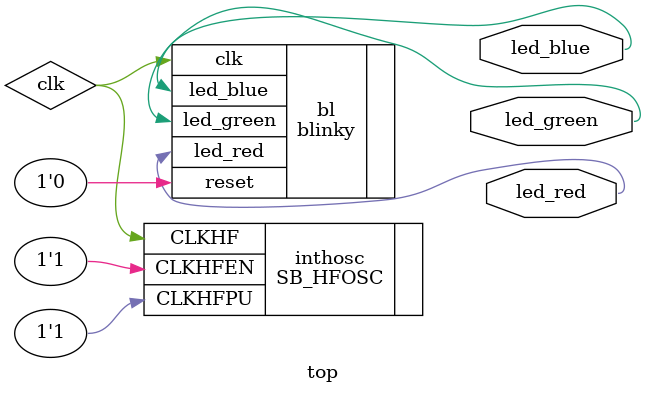
<source format=v>
module top(
        output wire led_blue,
        output wire led_green,
        output wire led_red);

    // clock source
    wire clk;
    SB_HFOSC inthosc(.CLKHFPU(1'b1), .CLKHFEN(1'b1), .CLKHF(clk));

    // blinky
    blinky bl(.clk(clk), .reset(1'b0), .led_blue(led_blue), .led_green(led_green), .led_red(led_red));
endmodule // top

</source>
